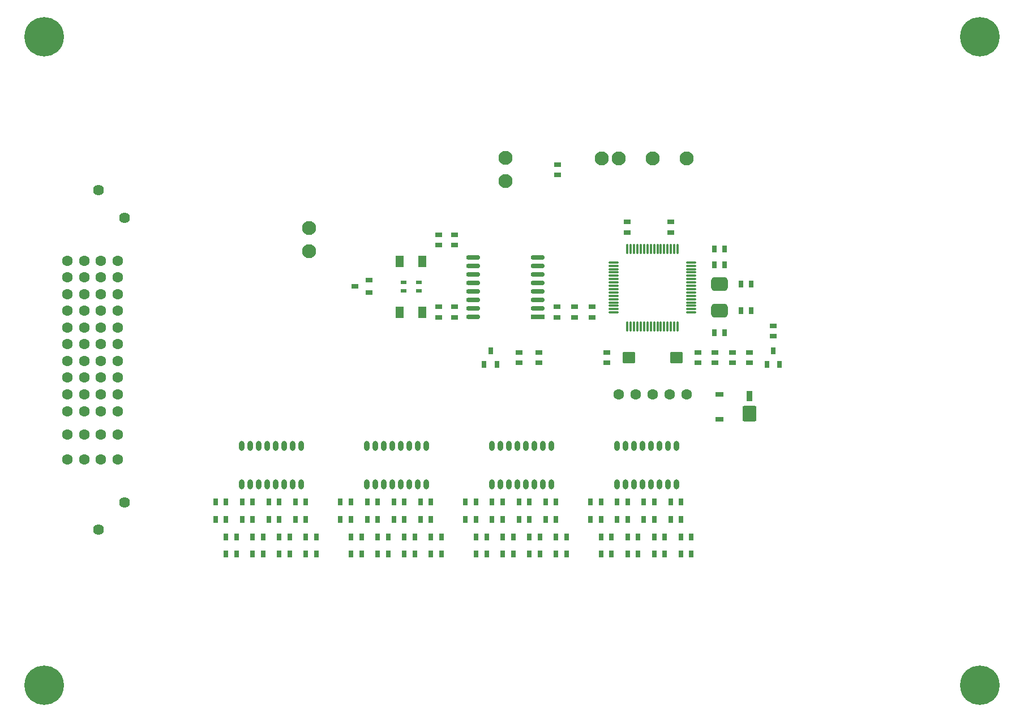
<source format=gts>
G04*
G04 #@! TF.GenerationSoftware,Altium Limited,Altium Designer,22.2.1 (43)*
G04*
G04 Layer_Color=8388736*
%FSAX44Y44*%
%MOMM*%
G71*
G04*
G04 #@! TF.SameCoordinates,097045FE-6C59-462F-8A7E-8FAF3A3C29C4*
G04*
G04*
G04 #@! TF.FilePolarity,Negative*
G04*
G01*
G75*
%ADD32R,1.0000X0.7000*%
%ADD33R,0.8000X1.0000*%
%ADD34R,0.9000X0.5000*%
%ADD35R,1.0000X0.8000*%
%ADD36R,0.7000X1.0000*%
%ADD37O,0.8000X1.5000*%
%ADD38R,1.2000X1.8000*%
%ADD39O,0.2940X1.5400*%
%ADD40O,1.5400X0.2940*%
G04:AMPARAMS|DCode=41|XSize=2.1mm|YSize=2.5mm|CornerRadius=0.55mm|HoleSize=0mm|Usage=FLASHONLY|Rotation=270.000|XOffset=0mm|YOffset=0mm|HoleType=Round|Shape=RoundedRectangle|*
%AMROUNDEDRECTD41*
21,1,2.1000,1.4000,0,0,270.0*
21,1,1.0000,2.5000,0,0,270.0*
1,1,1.1000,-0.7000,-0.5000*
1,1,1.1000,-0.7000,0.5000*
1,1,1.1000,0.7000,0.5000*
1,1,1.1000,0.7000,-0.5000*
%
%ADD41ROUNDEDRECTD41*%
%ADD42O,2.1000X0.7000*%
%ADD43R,2.1000X0.7000*%
G04:AMPARAMS|DCode=44|XSize=1.7mm|YSize=1.9mm|CornerRadius=0.21mm|HoleSize=0mm|Usage=FLASHONLY|Rotation=90.000|XOffset=0mm|YOffset=0mm|HoleType=Round|Shape=RoundedRectangle|*
%AMROUNDEDRECTD44*
21,1,1.7000,1.4800,0,0,90.0*
21,1,1.2800,1.9000,0,0,90.0*
1,1,0.4200,0.7400,0.6400*
1,1,0.4200,0.7400,-0.6400*
1,1,0.4200,-0.7400,-0.6400*
1,1,0.4200,-0.7400,0.6400*
%
%ADD44ROUNDEDRECTD44*%
%ADD45R,1.3000X0.8000*%
G04:AMPARAMS|DCode=46|XSize=1.6mm|YSize=0.9mm|CornerRadius=0.13mm|HoleSize=0mm|Usage=FLASHONLY|Rotation=90.000|XOffset=0mm|YOffset=0mm|HoleType=Round|Shape=RoundedRectangle|*
%AMROUNDEDRECTD46*
21,1,1.6000,0.6400,0,0,90.0*
21,1,1.3400,0.9000,0,0,90.0*
1,1,0.2600,0.3200,0.6700*
1,1,0.2600,0.3200,-0.6700*
1,1,0.2600,-0.3200,-0.6700*
1,1,0.2600,-0.3200,0.6700*
%
%ADD46ROUNDEDRECTD46*%
G04:AMPARAMS|DCode=47|XSize=2.3mm|YSize=2.1mm|CornerRadius=0.25mm|HoleSize=0mm|Usage=FLASHONLY|Rotation=90.000|XOffset=0mm|YOffset=0mm|HoleType=Round|Shape=RoundedRectangle|*
%AMROUNDEDRECTD47*
21,1,2.3000,1.6000,0,0,90.0*
21,1,1.8000,2.1000,0,0,90.0*
1,1,0.5000,0.8000,0.9000*
1,1,0.5000,0.8000,-0.9000*
1,1,0.5000,-0.8000,-0.9000*
1,1,0.5000,-0.8000,0.9000*
%
%ADD47ROUNDEDRECTD47*%
%ADD48C,2.1000*%
%ADD49C,1.6000*%
%ADD50C,1.6240*%
%ADD51C,5.9000*%
D32*
X01308000Y01318800D02*
D03*
Y01303200D02*
D03*
X01250000Y01022200D02*
D03*
Y01037800D02*
D03*
X01280250Y01022200D02*
D03*
Y01037800D02*
D03*
X01154000Y01198200D02*
D03*
Y01213800D02*
D03*
X01130000Y01198200D02*
D03*
Y01213800D02*
D03*
X01154000Y01090200D02*
D03*
Y01105800D02*
D03*
X01130000Y01090200D02*
D03*
Y01105800D02*
D03*
X01360000Y01090200D02*
D03*
Y01105800D02*
D03*
X01333000Y01090200D02*
D03*
Y01105800D02*
D03*
X01307000D02*
D03*
Y01090200D02*
D03*
X01630502Y01077800D02*
D03*
Y01062200D02*
D03*
X01595000Y01022200D02*
D03*
Y01037800D02*
D03*
X01570000Y01022200D02*
D03*
Y01037800D02*
D03*
X01543000Y01022200D02*
D03*
Y01037800D02*
D03*
X01518000Y01022200D02*
D03*
Y01037800D02*
D03*
X01412500Y01232800D02*
D03*
Y01217200D02*
D03*
X01477500Y01232800D02*
D03*
Y01217200D02*
D03*
X01382000Y01037800D02*
D03*
Y01022200D02*
D03*
D33*
X01198250Y01019500D02*
D03*
X01217250D02*
D03*
X01207750Y01040500D02*
D03*
X01630500Y01040500D02*
D03*
X01640000Y01019500D02*
D03*
X01621000D02*
D03*
D34*
X01100500Y01130000D02*
D03*
X01077500D02*
D03*
X01100500Y01143000D02*
D03*
X01077500D02*
D03*
D35*
X01005000Y01136498D02*
D03*
X01026000Y01145998D02*
D03*
Y01126998D02*
D03*
D36*
X01452800Y00762000D02*
D03*
X01468400D02*
D03*
X01477000Y00814000D02*
D03*
X01492600D02*
D03*
X01437067D02*
D03*
X01452667D02*
D03*
X01397133D02*
D03*
X01412733D02*
D03*
X01357200D02*
D03*
X01372800D02*
D03*
X01290000D02*
D03*
X01305600D02*
D03*
X01250067D02*
D03*
X01265667D02*
D03*
X01210133D02*
D03*
X01225733D02*
D03*
X01170200D02*
D03*
X01185800D02*
D03*
X01103000D02*
D03*
X01118600D02*
D03*
X01063067D02*
D03*
X01078667D02*
D03*
X01023133D02*
D03*
X01038733D02*
D03*
X00983200D02*
D03*
X00998800D02*
D03*
X00916000D02*
D03*
X00931600D02*
D03*
X00876067D02*
D03*
X00891667D02*
D03*
X00836133D02*
D03*
X00851733D02*
D03*
X00796200D02*
D03*
X00811800D02*
D03*
X01477000Y00788000D02*
D03*
X01492600D02*
D03*
X01437067Y00788000D02*
D03*
X01452667D02*
D03*
X01397133D02*
D03*
X01412733D02*
D03*
X01357200D02*
D03*
X01372800D02*
D03*
X01290000D02*
D03*
X01305600D02*
D03*
X01210133D02*
D03*
X01225733D02*
D03*
X01170200D02*
D03*
X01185800D02*
D03*
X01103000D02*
D03*
X01118600D02*
D03*
X01063067D02*
D03*
X01078667D02*
D03*
X01023133D02*
D03*
X01038733D02*
D03*
X00916000D02*
D03*
X00931600D02*
D03*
X00876067D02*
D03*
X00891667D02*
D03*
X00836133D02*
D03*
X00851733D02*
D03*
X00796200D02*
D03*
X00811800D02*
D03*
X01250067D02*
D03*
X01265667D02*
D03*
X01413000Y00762000D02*
D03*
X01428600D02*
D03*
X01373200D02*
D03*
X01388800D02*
D03*
X01305600D02*
D03*
X01321200D02*
D03*
X01265800D02*
D03*
X01281400D02*
D03*
X01226000D02*
D03*
X01241600D02*
D03*
X01186200D02*
D03*
X01201800D02*
D03*
X01118600D02*
D03*
X01134200D02*
D03*
X01039000D02*
D03*
X01054600D02*
D03*
X00999200D02*
D03*
X01014800D02*
D03*
X00931600D02*
D03*
X00947200D02*
D03*
X00891800D02*
D03*
X00907400D02*
D03*
X00852000D02*
D03*
X00867600D02*
D03*
X00812200D02*
D03*
X00827800D02*
D03*
X01078800D02*
D03*
X01094400D02*
D03*
X01452800Y00736000D02*
D03*
X01468400D02*
D03*
X01413000D02*
D03*
X01428600D02*
D03*
X01373200D02*
D03*
X01388800D02*
D03*
X01265800D02*
D03*
X01281400D02*
D03*
X01226000D02*
D03*
X01241600D02*
D03*
X01186200D02*
D03*
X01201800D02*
D03*
X01078800D02*
D03*
X01094400D02*
D03*
X01039000D02*
D03*
X01054600D02*
D03*
X00999200D02*
D03*
X01014800D02*
D03*
X00891800D02*
D03*
X00907400D02*
D03*
X00852000D02*
D03*
X00867600D02*
D03*
X00812200D02*
D03*
X00827800D02*
D03*
X01492600Y00762000D02*
D03*
X01508200D02*
D03*
X00931600Y00736000D02*
D03*
X00947200D02*
D03*
X01118600D02*
D03*
X01134200D02*
D03*
X01492600D02*
D03*
X01508200D02*
D03*
X01305600D02*
D03*
X01321200D02*
D03*
X01557800Y01193000D02*
D03*
X01542200D02*
D03*
X01557800Y01169000D02*
D03*
X01542200D02*
D03*
X01582200Y01140000D02*
D03*
X01597800D02*
D03*
X01582200Y01100000D02*
D03*
X01597800D02*
D03*
X01542200Y01067000D02*
D03*
X01557800D02*
D03*
X00998800Y00788000D02*
D03*
X00983200D02*
D03*
D37*
X01396600Y00840400D02*
D03*
X01409300D02*
D03*
X01422000D02*
D03*
X01434700D02*
D03*
X01447400D02*
D03*
X01460100D02*
D03*
X01472800D02*
D03*
X01485500D02*
D03*
Y00897900D02*
D03*
X01472800D02*
D03*
X01460100D02*
D03*
X01447400D02*
D03*
X01434700D02*
D03*
X01422000D02*
D03*
X01409300D02*
D03*
X01396600D02*
D03*
X00835600D02*
D03*
X00848300D02*
D03*
X00861000D02*
D03*
X00873700D02*
D03*
X00886400D02*
D03*
X00899100D02*
D03*
X00911800D02*
D03*
X00924500D02*
D03*
Y00840400D02*
D03*
X00911800D02*
D03*
X00899100D02*
D03*
X00886400D02*
D03*
X00873700D02*
D03*
X00861000D02*
D03*
X00848300D02*
D03*
X00835600D02*
D03*
X01022600Y00897900D02*
D03*
X01035300D02*
D03*
X01048000D02*
D03*
X01060700D02*
D03*
X01073400D02*
D03*
X01086100D02*
D03*
X01098800D02*
D03*
X01111500D02*
D03*
Y00840400D02*
D03*
X01098800D02*
D03*
X01086100D02*
D03*
X01073400D02*
D03*
X01060700D02*
D03*
X01048000D02*
D03*
X01035300D02*
D03*
X01022600D02*
D03*
X01209600Y00897900D02*
D03*
X01222300D02*
D03*
X01235000D02*
D03*
X01247700D02*
D03*
X01260400D02*
D03*
X01273100D02*
D03*
X01285800D02*
D03*
X01298500D02*
D03*
Y00840400D02*
D03*
X01285800D02*
D03*
X01273100D02*
D03*
X01260400D02*
D03*
X01247700D02*
D03*
X01235000D02*
D03*
X01222300D02*
D03*
X01209600D02*
D03*
D38*
X01106000Y01174000D02*
D03*
X01072000D02*
D03*
X01072000Y01098000D02*
D03*
X01106000D02*
D03*
D39*
X01442500Y01077000D02*
D03*
X01437500D02*
D03*
X01432500D02*
D03*
X01427500D02*
D03*
X01422500D02*
D03*
X01417500D02*
D03*
X01412500D02*
D03*
X01447500D02*
D03*
X01482500D02*
D03*
X01452500D02*
D03*
X01457500D02*
D03*
X01462500D02*
D03*
X01467500D02*
D03*
X01472500D02*
D03*
X01477500D02*
D03*
X01487500D02*
D03*
X01442500Y01193000D02*
D03*
X01437500D02*
D03*
X01432500D02*
D03*
X01427500D02*
D03*
X01422500D02*
D03*
X01417500D02*
D03*
X01412500D02*
D03*
X01447500D02*
D03*
X01452500D02*
D03*
X01457500D02*
D03*
X01462500D02*
D03*
X01467500D02*
D03*
X01472500D02*
D03*
X01477500D02*
D03*
X01482500D02*
D03*
X01487500D02*
D03*
D40*
X01392000Y01097500D02*
D03*
Y01102500D02*
D03*
Y01107500D02*
D03*
Y01112500D02*
D03*
Y01117500D02*
D03*
Y01122500D02*
D03*
Y01127500D02*
D03*
Y01132500D02*
D03*
Y01137500D02*
D03*
Y01142500D02*
D03*
Y01147500D02*
D03*
Y01152500D02*
D03*
Y01157500D02*
D03*
Y01162500D02*
D03*
Y01167500D02*
D03*
Y01172500D02*
D03*
X01508000Y01097500D02*
D03*
Y01102500D02*
D03*
Y01107500D02*
D03*
Y01112500D02*
D03*
Y01117500D02*
D03*
Y01122500D02*
D03*
Y01127500D02*
D03*
Y01132500D02*
D03*
Y01137500D02*
D03*
Y01142500D02*
D03*
Y01147500D02*
D03*
Y01152500D02*
D03*
Y01157500D02*
D03*
Y01162500D02*
D03*
Y01167500D02*
D03*
Y01172500D02*
D03*
D41*
X01550000Y01100000D02*
D03*
Y01140000D02*
D03*
D42*
X01182100Y01180301D02*
D03*
X01278100D02*
D03*
X01182100Y01091401D02*
D03*
X01278100Y01116801D02*
D03*
Y01129501D02*
D03*
Y01104101D02*
D03*
Y01167601D02*
D03*
X01182100Y01104101D02*
D03*
X01182100Y01116801D02*
D03*
X01182100Y01129501D02*
D03*
X01278100Y01154901D02*
D03*
Y01142201D02*
D03*
X01182100Y01167601D02*
D03*
Y01154901D02*
D03*
Y01142201D02*
D03*
D43*
X01278100Y01091401D02*
D03*
D44*
X01485625Y01030000D02*
D03*
X01414375D02*
D03*
D45*
X01549875Y00975000D02*
D03*
Y00938000D02*
D03*
D46*
X01595000Y00972500D02*
D03*
D47*
Y00946500D02*
D03*
D48*
X00936000Y01189000D02*
D03*
Y01224000D02*
D03*
X01230100Y01293875D02*
D03*
Y01328875D02*
D03*
X01373750Y01328000D02*
D03*
X01399150D02*
D03*
X01449950D02*
D03*
X01500750D02*
D03*
D49*
X00625000Y01175000D02*
D03*
Y01150000D02*
D03*
Y01125000D02*
D03*
Y01100000D02*
D03*
Y01075000D02*
D03*
Y01050000D02*
D03*
Y01025000D02*
D03*
Y01000000D02*
D03*
Y00975000D02*
D03*
Y00950000D02*
D03*
Y00915000D02*
D03*
Y00878000D02*
D03*
X00600000Y01175000D02*
D03*
Y01150000D02*
D03*
Y01125000D02*
D03*
Y01100000D02*
D03*
Y01075000D02*
D03*
Y01050000D02*
D03*
Y01025000D02*
D03*
Y01000000D02*
D03*
Y00975000D02*
D03*
Y00950000D02*
D03*
Y00915000D02*
D03*
Y00878000D02*
D03*
X00575000Y01175000D02*
D03*
Y01150000D02*
D03*
Y01125000D02*
D03*
Y01100000D02*
D03*
Y01075000D02*
D03*
Y01050000D02*
D03*
Y01025000D02*
D03*
Y01000000D02*
D03*
Y00975000D02*
D03*
Y00950000D02*
D03*
Y00915000D02*
D03*
Y00878000D02*
D03*
X00650000D02*
D03*
Y00915000D02*
D03*
Y00950000D02*
D03*
Y01000000D02*
D03*
Y01025000D02*
D03*
Y01075000D02*
D03*
Y01100000D02*
D03*
Y01125000D02*
D03*
Y01150000D02*
D03*
Y01175000D02*
D03*
Y00975000D02*
D03*
Y01050000D02*
D03*
X01399200Y00975000D02*
D03*
X01424600D02*
D03*
X01450000D02*
D03*
X01475400D02*
D03*
X01500800D02*
D03*
D50*
X00621500Y01280500D02*
D03*
X00660000Y01239500D02*
D03*
Y00813500D02*
D03*
X00621500Y00772500D02*
D03*
D51*
X00540000Y01510000D02*
D03*
Y00540000D02*
D03*
X01940000D02*
D03*
Y01510000D02*
D03*
M02*

</source>
